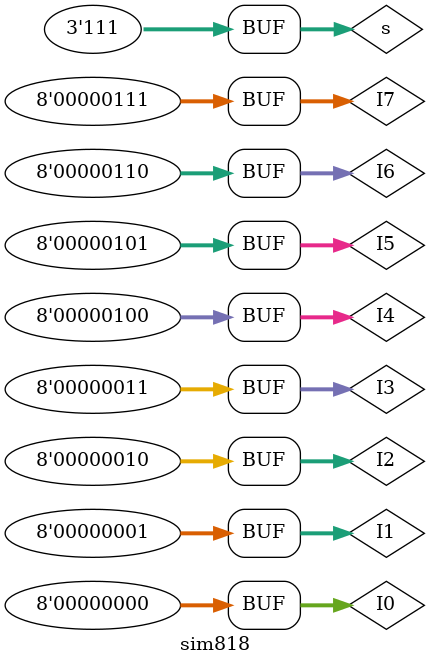
<source format=v>
`timescale 1ns / 1ps


module sim818();
    // mux818 Inputs
    reg   [7:0]  I0 = 0 ;
    reg   [7:0]  I1 = 0 ;
    reg   [7:0]  I2 = 0 ;
    reg   [7:0]  I3 = 0 ;
    reg   [7:0]  I4 = 0 ;
    reg   [7:0]  I5 = 0 ;
    reg   [7:0]  I6 = 0 ;
    reg   [7:0]  I7 = 0 ;
    reg   [2:0]  s  = 0 ;
    
    // mux818 Outputs
    wire  [7:0]  o;
    
    initial
    begin
        I0 = 8'h0;
        I1 = 8'h1;
        I2 = 8'h2;
        I3 = 8'h3;
        I4 = 8'h4;
        I5 = 8'h5;
        I6 = 8'h6;
        I7 = 8'h7;
        s  = 0;#50;
        s  = 1;#50;
        s  = 2;#50;
        s  = 3;#50;
        s  = 4;#50;
        s  = 5;#50;
        s  = 6;#50;
        s  = 7;#50;
    end
    mux818  u_mux818 (I0 ,I1 ,I2 ,I3 ,I4 ,I5 ,I6 ,I7 ,s  ,o);
endmodule

</source>
